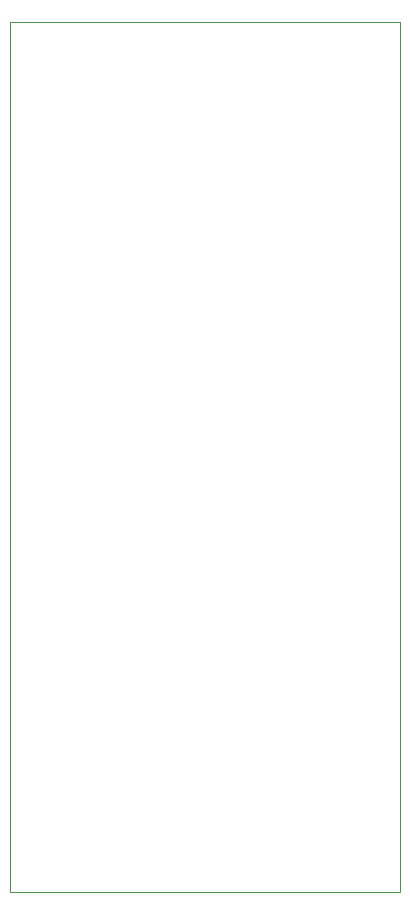
<source format=gbr>
%TF.GenerationSoftware,KiCad,Pcbnew,5.1.10-88a1d61d58~90~ubuntu20.04.1*%
%TF.CreationDate,2021-11-29T14:26:11+09:00*%
%TF.ProjectId,auto-headlight-control-system,6175746f-2d68-4656-9164-6c696768742d,rev?*%
%TF.SameCoordinates,Original*%
%TF.FileFunction,Profile,NP*%
%FSLAX46Y46*%
G04 Gerber Fmt 4.6, Leading zero omitted, Abs format (unit mm)*
G04 Created by KiCad (PCBNEW 5.1.10-88a1d61d58~90~ubuntu20.04.1) date 2021-11-29 14:26:11*
%MOMM*%
%LPD*%
G01*
G04 APERTURE LIST*
%TA.AperFunction,Profile*%
%ADD10C,0.050000*%
%TD*%
G04 APERTURE END LIST*
D10*
X83820000Y-109220000D02*
X83820000Y-35560000D01*
X83820000Y-109220000D02*
X50800000Y-109220000D01*
X50800000Y-109220000D02*
X50800000Y-35560000D01*
X50800000Y-35560000D02*
X83820000Y-35560000D01*
M02*

</source>
